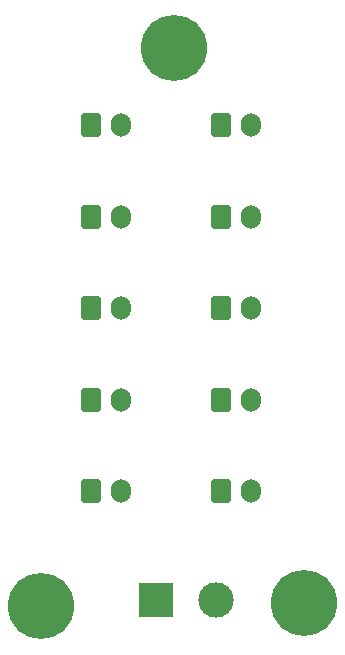
<source format=gbr>
%TF.GenerationSoftware,KiCad,Pcbnew,7.0.9*%
%TF.CreationDate,2024-03-13T22:19:24+01:00*%
%TF.ProjectId,Backlighting_LEDModule_PCB,4261636b-6c69-4676-9874-696e675f4c45,rev?*%
%TF.SameCoordinates,Original*%
%TF.FileFunction,Soldermask,Bot*%
%TF.FilePolarity,Negative*%
%FSLAX46Y46*%
G04 Gerber Fmt 4.6, Leading zero omitted, Abs format (unit mm)*
G04 Created by KiCad (PCBNEW 7.0.9) date 2024-03-13 22:19:24*
%MOMM*%
%LPD*%
G01*
G04 APERTURE LIST*
G04 Aperture macros list*
%AMRoundRect*
0 Rectangle with rounded corners*
0 $1 Rounding radius*
0 $2 $3 $4 $5 $6 $7 $8 $9 X,Y pos of 4 corners*
0 Add a 4 corners polygon primitive as box body*
4,1,4,$2,$3,$4,$5,$6,$7,$8,$9,$2,$3,0*
0 Add four circle primitives for the rounded corners*
1,1,$1+$1,$2,$3*
1,1,$1+$1,$4,$5*
1,1,$1+$1,$6,$7*
1,1,$1+$1,$8,$9*
0 Add four rect primitives between the rounded corners*
20,1,$1+$1,$2,$3,$4,$5,0*
20,1,$1+$1,$4,$5,$6,$7,0*
20,1,$1+$1,$6,$7,$8,$9,0*
20,1,$1+$1,$8,$9,$2,$3,0*%
G04 Aperture macros list end*
%ADD10RoundRect,0.250000X-0.600000X-0.750000X0.600000X-0.750000X0.600000X0.750000X-0.600000X0.750000X0*%
%ADD11O,1.700000X2.000000*%
%ADD12R,3.000000X3.000000*%
%ADD13C,3.000000*%
%ADD14C,3.600000*%
%ADD15C,5.600000*%
G04 APERTURE END LIST*
D10*
%TO.C,J4*%
X109750000Y-69750000D03*
D11*
X112250000Y-69750000D03*
%TD*%
D12*
%TO.C,J11*%
X115250000Y-102250000D03*
D13*
X120330000Y-102250000D03*
%TD*%
D10*
%TO.C,J6*%
X120750000Y-93000000D03*
D11*
X123250000Y-93000000D03*
%TD*%
D10*
%TO.C,J3*%
X109750000Y-77500000D03*
D11*
X112250000Y-77500000D03*
%TD*%
D10*
%TO.C,J7*%
X120750000Y-85250000D03*
D11*
X123250000Y-85250000D03*
%TD*%
D14*
%TO.C,H1*%
X127750000Y-102500000D03*
D15*
X127750000Y-102500000D03*
%TD*%
D14*
%TO.C,H3*%
X105500000Y-102750000D03*
D15*
X105500000Y-102750000D03*
%TD*%
D10*
%TO.C,J1*%
X109750000Y-93000000D03*
D11*
X112250000Y-93000000D03*
%TD*%
D10*
%TO.C,J5*%
X109750000Y-62000000D03*
D11*
X112250000Y-62000000D03*
%TD*%
D10*
%TO.C,J9*%
X120750000Y-69750000D03*
D11*
X123250000Y-69750000D03*
%TD*%
D10*
%TO.C,J8*%
X120750000Y-77500000D03*
D11*
X123250000Y-77500000D03*
%TD*%
D10*
%TO.C,J10*%
X120750000Y-62000000D03*
D11*
X123250000Y-62000000D03*
%TD*%
D10*
%TO.C,J2*%
X109750000Y-85250000D03*
D11*
X112250000Y-85250000D03*
%TD*%
D14*
%TO.C,H2*%
X116750000Y-55500000D03*
D15*
X116750000Y-55500000D03*
%TD*%
M02*

</source>
